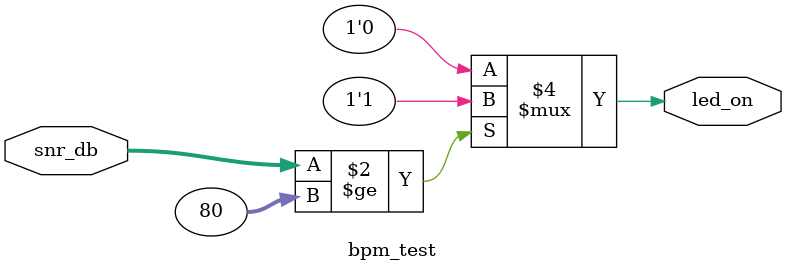
<source format=sv>
`timescale 1ns/1ns
module bpm_test #(
	 parameter SNR_WIDTH = 16,
    parameter THRESHOLD = 80
) (
    input  logic [SNR_WIDTH-1:0]  snr_db,     // 0-84
    output logic                  led_on
);

always_comb begin
	if (snr_db >= THRESHOLD) begin
		led_on = 1'b1;
	end
	else begin
		led_on = 1'b0;
	end
end

endmodule

</source>
